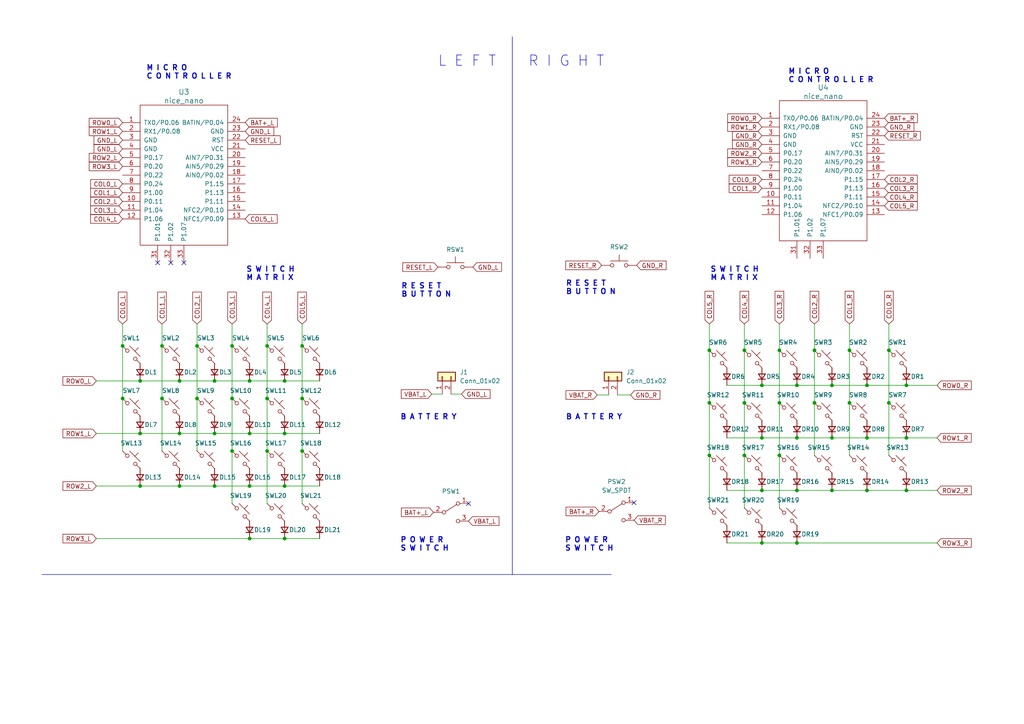
<source format=kicad_sch>
(kicad_sch (version 20250114) (generator "eeschema") (generator_version "9.0")
  (paper "A4")
  (lib_symbols
    (symbol "Connector_Generic:Conn_01x02" (pin_names (offset 1.016) (hide yes))
      (property "Reference" "J" (at 0 2.54 0))
      (property "Value" "Conn_01x02" (at 0 -5.08 0))
      (symbol "Conn_01x02_1_1"
        (rectangle (start -1.27 1.27) (end 1.27 -3.81) (stroke (width 0.254)) (fill (type background)))
        (rectangle (start -1.27 0.127) (end 0 -0.127) (stroke (width 0.1524)))
        (rectangle (start -1.27 -2.413) (end 0 -2.667) (stroke (width 0.1524)))
        (pin passive line (at -5.08 0 0) (length 3.81) (name "Pin_1") (number "1"))
        (pin passive line (at -5.08 -2.54 0) (length 3.81) (name "Pin_2") (number "2"))
      )
    )
    (symbol "Device:D_Small" (pin_numbers (hide yes)) (pin_names (offset 0.254) (hide yes))
      (property "Reference" "D" (at -1.27 2.032 0))
      (property "Value" "D_Small" (at -3.81 -2.032 0))
      (symbol "D_Small_0_1"
        (polyline (pts (xy -0.762 0) (xy 0.762 0)))
        (polyline (pts (xy -0.762 -1.016) (xy -0.762 1.016)) (stroke (width 0.254)))
        (polyline (pts (xy 0.762 -1.016) (xy -0.762 0) (xy 0.762 1.016) (xy 0.762 -1.016)) (stroke (width 0.254)))
      )
      (symbol "D_Small_1_1"
        (pin passive line (at -2.54 0 0) (length 1.778) (name "K") (number "1"))
        (pin passive line (at 2.54 0 180) (length 1.778) (name "A") (number "2"))
      )
    )
    (symbol "Keeb:nice_nano" (pin_names (offset 1.016))
      (property "Reference" "U" (at 0 0 0))
      (property "Value" "nice_nano" (at 0 2.54 0))
      (symbol "nice_nano_0_1"
        (rectangle (start -12.7 -21.59) (end 12.7 19.05))
      )
      (symbol "nice_nano_1_1"
        (pin input line (at -17.78 13.97 0) (length 5.08) (name "TX0/P0.06") (number "1"))
        (pin input line (at -17.78 11.43 0) (length 5.08) (name "RX1/P0.08") (number "2"))
        (pin input line (at -17.78 8.89 0) (length 5.08) (name "GND") (number "3"))
        (pin input line (at -17.78 6.35 0) (length 5.08) (name "GND") (number "4"))
        (pin input line (at -17.78 3.81 0) (length 5.08) (name "P0.17") (number "5"))
        (pin input line (at -17.78 1.27 0) (length 5.08) (name "P0.20") (number "6"))
        (pin input line (at -17.78 -1.27 0) (length 5.08) (name "P0.22") (number "7"))
        (pin input line (at -17.78 -3.81 0) (length 5.08) (name "P0.24") (number "8"))
        (pin input line (at -17.78 -6.35 0) (length 5.08) (name "P1.00") (number "9"))
        (pin input line (at -17.78 -8.89 0) (length 5.08) (name "P0.11") (number "10"))
        (pin input line (at -17.78 -11.43 0) (length 5.08) (name "P1.04") (number "11"))
        (pin input line (at -17.78 -13.97 0) (length 5.08) (name "P1.06") (number "12"))
        (pin input line (at -7.62 -26.67 90) (length 5.08) (name "P1.01") (number "31"))
        (pin input line (at -3.81 -26.67 90) (length 5.08) (name "P1.02") (number "32"))
        (pin input line (at 0 -26.67 90) (length 5.08) (name "P1.07") (number "33"))
        (pin input line (at 17.78 13.97 180) (length 5.08) (name "BATIN/P0.04") (number "24"))
        (pin input line (at 17.78 11.43 180) (length 5.08) (name "GND") (number "23"))
        (pin input line (at 17.78 8.89 180) (length 5.08) (name "RST") (number "22"))
        (pin input line (at 17.78 6.35 180) (length 5.08) (name "VCC") (number "21"))
        (pin input line (at 17.78 3.81 180) (length 5.08) (name "AIN7/P0.31") (number "20"))
        (pin input line (at 17.78 1.27 180) (length 5.08) (name "AIN5/P0.29") (number "19"))
        (pin input line (at 17.78 -1.27 180) (length 5.08) (name "AIN0/P0.02") (number "18"))
        (pin input line (at 17.78 -3.81 180) (length 5.08) (name "P1.15") (number "17"))
        (pin input line (at 17.78 -6.35 180) (length 5.08) (name "P1.13") (number "16"))
        (pin input line (at 17.78 -8.89 180) (length 5.08) (name "P1.11") (number "15"))
        (pin input line (at 17.78 -11.43 180) (length 5.08) (name "NFC2/P0.10") (number "14"))
        (pin input line (at 17.78 -13.97 180) (length 5.08) (name "NFC1/P0.09") (number "13"))
      )
    )
    (symbol "Switch:SW_Push" (pin_numbers (hide yes)) (pin_names (offset 1.016) (hide yes))
      (property "Reference" "SW" (at 1.27 2.54 0))
      (property "Value" "SW_Push" (at 0 -1.524 0))
      (symbol "SW_Push_0_1"
        (circle (center -2.032 0) (radius 0.508))
        (polyline (pts (xy 0 1.27) (xy 0 3.048)))
        (circle (center 2.032 0) (radius 0.508))
        (polyline (pts (xy 2.54 1.27) (xy -2.54 1.27)))
        (pin passive line (at -5.08 0 0) (length 2.54) (name "1") (number "1"))
        (pin passive line (at 5.08 0 180) (length 2.54) (name "2") (number "2"))
      )
    )
    (symbol "Switch:SW_Push_45deg" (pin_numbers (hide yes)) (pin_names (offset 1.016) (hide yes))
      (property "Reference" "SW" (at 3.048 1.016 0))
      (property "Value" "SW_Push_45deg" (at 0 -3.81 0))
      (symbol "SW_Push_45deg_0_1"
        (polyline (pts (xy -2.54 2.54) (xy -1.524 1.524) (xy -1.524 1.524)))
        (circle (center -1.1684 1.1684) (radius 0.508))
        (polyline (pts (xy -0.508 2.54) (xy 2.54 -0.508)))
        (polyline (pts (xy 1.016 1.016) (xy 2.032 2.032)))
        (circle (center 1.143 -1.1938) (radius 0.508))
        (polyline (pts (xy 1.524 -1.524) (xy 2.54 -2.54) (xy 2.54 -2.54) (xy 2.54 -2.54)))
        (pin passive line (at -2.54 2.54 0) (length 0) (name "1") (number "1"))
        (pin passive line (at 2.54 -2.54 180) (length 0) (name "2") (number "2"))
      )
    )
    (symbol "Switch:SW_SPDT" (pin_names (offset 0) (hide yes))
      (property "Reference" "SW" (at 0 4.318 0))
      (property "Value" "SW_SPDT" (at 0 -5.08 0))
      (symbol "SW_SPDT_0_0"
        (circle (center -2.032 0) (radius 0.508))
        (circle (center 2.032 -2.54) (radius 0.508))
      )
      (symbol "SW_SPDT_0_1"
        (polyline (pts (xy -1.524 0.254) (xy 1.651 2.286)))
        (circle (center 2.032 2.54) (radius 0.508))
      )
      (symbol "SW_SPDT_1_1"
        (pin passive line (at -5.08 0 0) (length 2.54) (name "B") (number "2"))
        (pin passive line (at 5.08 2.54 180) (length 2.54) (name "A") (number "1"))
        (pin passive line (at 5.08 -2.54 180) (length 2.54) (name "C") (number "3"))
      )
    )
  )
  (text "R E S E T \nB U T T O N" (at 164.084 85.598 0) (effects (font (size 1.5 1.5) (thickness 0.3) (bold yes)) (justify left bottom)))
  (text "P O W E R\nS W I T C H" (at 163.83 160.02 0) (effects (font (size 1.5 1.5) (thickness 0.3) (bold yes)) (justify left bottom)))
  (text "B A T T E R Y" (at 116.078 121.92 0) (effects (font (size 1.5 1.5) (thickness 0.3) (bold yes)) (justify left bottom)))
  (text "S W I T C H\nM A T R I X" (at 71.374 81.534 0) (effects (font (size 1.5 1.5) (thickness 0.3) (bold yes)) (justify left bottom)))
  (text "M I C R O \nC O N T R O L L E R" (at 42.418 23.114 0) (effects (font (size 1.5 1.5) (thickness 0.3) (bold yes)) (justify left bottom)))
  (text "M I C R O \nC O N T R O L L E R" (at 228.6 24.13 0) (effects (font (size 1.5 1.5) (thickness 0.3) (bold yes)) (justify left bottom)))
  (text "S W I T C H\nM A T R I X" (at 205.994 81.534 0) (effects (font (size 1.5 1.5) (thickness 0.3) (bold yes)) (justify left bottom)))
  (text "R E S E T \nB U T T O N" (at 116.332 86.36 0) (effects (font (size 1.5 1.5) (thickness 0.3) (bold yes)) (justify left bottom)))
  (text "L E F T" (at 144.018 19.558 0) (effects (font (size 3 3)) (justify right bottom)))
  (text "P O W E R\nS W I T C H" (at 116.078 160.02 0) (effects (font (size 1.5 1.5) (thickness 0.3) (bold yes)) (justify left bottom)))
  (text "R I G H T" (at 153.162 19.558 0) (effects (font (size 3 3)) (justify left bottom)))
  (text "B A T T E R Y" (at 164.084 121.92 0) (effects (font (size 1.5 1.5) (thickness 0.3) (bold yes)) (justify left bottom)))
  (junction (at 57.15 100.33))
  (junction (at 77.47 130.81))
  (junction (at 251.46 142.24))
  (junction (at 257.81 116.84))
  (junction (at 62.23 140.97))
  (junction (at 205.74 116.84))
  (junction (at 52.07 125.73))
  (junction (at 87.63 115.57))
  (junction (at 52.07 140.97))
  (junction (at 82.55 110.49))
  (junction (at 67.31 115.57))
  (junction (at 220.98 127))
  (junction (at 220.98 111.76))
  (junction (at 226.06 101.6))
  (junction (at 87.63 100.33))
  (junction (at 241.3 142.24))
  (junction (at 241.3 127))
  (junction (at 67.31 130.81))
  (junction (at 87.63 130.81))
  (junction (at 77.47 100.33))
  (junction (at 231.14 142.24))
  (junction (at 205.74 101.6))
  (junction (at 220.98 157.48))
  (junction (at 231.14 111.76))
  (junction (at 215.9 116.84))
  (junction (at 46.99 115.57))
  (junction (at 226.06 132.08))
  (junction (at 72.39 156.21))
  (junction (at 236.22 116.84))
  (junction (at 40.64 110.49))
  (junction (at 52.07 110.49))
  (junction (at 226.06 116.84))
  (junction (at 72.39 110.49))
  (junction (at 246.38 101.6))
  (junction (at 215.9 101.6))
  (junction (at 57.15 115.57))
  (junction (at 262.89 127))
  (junction (at 77.47 115.57))
  (junction (at 62.23 125.73))
  (junction (at 82.55 125.73))
  (junction (at 236.22 101.6))
  (junction (at 262.89 142.24))
  (junction (at 46.99 100.33))
  (junction (at 241.3 111.76))
  (junction (at 67.31 100.33))
  (junction (at 251.46 127))
  (junction (at 62.23 110.49))
  (junction (at 215.9 132.08))
  (junction (at 82.55 156.21))
  (junction (at 257.81 101.6))
  (junction (at 82.55 140.97))
  (junction (at 231.14 127))
  (junction (at 220.98 142.24))
  (junction (at 262.89 111.76))
  (junction (at 35.56 115.57))
  (junction (at 246.38 116.84))
  (junction (at 40.64 125.73))
  (junction (at 205.74 132.08))
  (junction (at 40.64 140.97))
  (junction (at 35.56 100.33))
  (junction (at 72.39 125.73))
  (junction (at 72.39 140.97))
  (junction (at 231.14 157.48))
  (junction (at 251.46 111.76))
  (no_connect (at 135.89 146.05))
  (no_connect (at 49.53 76.2))
  (no_connect (at 45.72 76.2))
  (no_connect (at 183.896 145.796))
  (no_connect (at 53.34 76.2))
  (wire (pts (xy 72.39 140.97) (xy 82.55 140.97)))
  (wire (pts (xy 179.07 114.554) (xy 182.88 114.554)))
  (wire (pts (xy 72.39 110.49) (xy 82.55 110.49)))
  (wire (pts (xy 236.22 93.98) (xy 236.22 101.6)))
  (wire (pts (xy 72.39 156.21) (xy 82.55 156.21)))
  (wire (pts (xy 215.9 116.84) (xy 215.9 132.08)))
  (wire (pts (xy 226.06 93.98) (xy 226.06 101.6)))
  (wire (pts (xy 205.74 116.84) (xy 205.74 132.08)))
  (wire (pts (xy 82.55 125.73) (xy 92.71 125.73)))
  (wire (pts (xy 125.222 114.3) (xy 128.27 114.3)))
  (wire (pts (xy 27.94 140.97) (xy 40.64 140.97)))
  (wire (pts (xy 35.56 100.33) (xy 35.56 115.57)))
  (wire (pts (xy 77.47 93.98) (xy 77.47 100.33)))
  (wire (pts (xy 46.99 93.98) (xy 46.99 100.33)))
  (wire (pts (xy 205.74 101.6) (xy 205.74 116.84)))
  (wire (pts (xy 77.47 130.81) (xy 77.47 146.05)))
  (wire (pts (xy 226.06 101.6) (xy 226.06 116.84)))
  (wire (pts (xy 40.64 140.97) (xy 52.07 140.97)))
  (wire (pts (xy 62.23 110.49) (xy 72.39 110.49)))
  (wire (pts (xy 231.14 142.24) (xy 241.3 142.24)))
  (wire (pts (xy 77.47 100.33) (xy 77.47 115.57)))
  (wire (pts (xy 52.07 140.97) (xy 62.23 140.97)))
  (wire (pts (xy 210.82 142.24) (xy 220.98 142.24)))
  (wire (pts (xy 35.56 93.98) (xy 35.56 100.33)))
  (wire (pts (xy 226.06 116.84) (xy 226.06 132.08)))
  (wire (pts (xy 52.07 125.73) (xy 62.23 125.73)))
  (wire (pts (xy 87.63 100.33) (xy 87.63 115.57)))
  (wire (pts (xy 236.22 101.6) (xy 236.22 116.84)))
  (wire (pts (xy 27.94 156.21) (xy 72.39 156.21)))
  (wire (pts (xy 241.3 111.76) (xy 251.46 111.76)))
  (wire (pts (xy 72.39 125.73) (xy 82.55 125.73)))
  (wire (pts (xy 179.07 114.3) (xy 179.07 114.554)))
  (wire (pts (xy 257.81 116.84) (xy 257.81 132.08)))
  (wire (pts (xy 52.07 110.49) (xy 62.23 110.49)))
  (wire (pts (xy 67.31 93.98) (xy 67.31 100.33)))
  (wire (pts (xy 82.55 140.97) (xy 92.71 140.97)))
  (wire (pts (xy 215.9 132.08) (xy 215.9 147.32)))
  (wire (pts (xy 77.47 115.57) (xy 77.47 130.81)))
  (wire (pts (xy 130.81 114.3) (xy 133.858 114.3)))
  (wire (pts (xy 246.38 101.6) (xy 246.38 116.84)))
  (wire (pts (xy 251.46 127) (xy 262.89 127)))
  (wire (pts (xy 251.46 142.24) (xy 262.89 142.24)))
  (wire (pts (xy 246.38 116.84) (xy 246.38 132.08)))
  (wire (pts (xy 46.99 100.33) (xy 46.99 115.57)))
  (wire (pts (xy 62.23 140.97) (xy 72.39 140.97)))
  (wire (pts (xy 210.82 111.76) (xy 220.98 111.76)))
  (polyline (pts (xy 148.59 10.668) (xy 148.59 166.624)) (stroke (width 0) (type solid)))
  (wire (pts (xy 215.9 101.6) (xy 215.9 116.84)))
  (wire (pts (xy 210.82 127) (xy 220.98 127)))
  (wire (pts (xy 241.3 127) (xy 251.46 127)))
  (wire (pts (xy 57.15 100.33) (xy 57.15 115.57)))
  (wire (pts (xy 67.31 115.57) (xy 67.31 130.81)))
  (wire (pts (xy 82.55 156.21) (xy 92.71 156.21)))
  (wire (pts (xy 67.31 100.33) (xy 67.31 115.57)))
  (wire (pts (xy 210.82 157.48) (xy 220.98 157.48)))
  (wire (pts (xy 257.81 101.6) (xy 257.81 116.84)))
  (wire (pts (xy 27.94 125.73) (xy 40.64 125.73)))
  (wire (pts (xy 220.98 127) (xy 231.14 127)))
  (wire (pts (xy 262.89 142.24) (xy 271.78 142.24)))
  (wire (pts (xy 205.74 93.98) (xy 205.74 101.6)))
  (wire (pts (xy 262.89 127) (xy 271.78 127)))
  (wire (pts (xy 246.38 93.98) (xy 246.38 101.6)))
  (wire (pts (xy 176.53 114.3) (xy 176.53 114.554)))
  (wire (pts (xy 35.56 115.57) (xy 35.56 130.81)))
  (wire (pts (xy 262.89 111.76) (xy 271.78 111.76)))
  (wire (pts (xy 176.53 114.554) (xy 173.228 114.554)))
  (wire (pts (xy 46.99 115.57) (xy 46.99 130.81)))
  (wire (pts (xy 241.3 142.24) (xy 251.46 142.24)))
  (wire (pts (xy 231.14 157.48) (xy 271.78 157.48)))
  (wire (pts (xy 231.14 127) (xy 241.3 127)))
  (polyline (pts (xy 12.192 166.624) (xy 177.292 166.624)) (stroke (width 0) (type solid)))
  (wire (pts (xy 87.63 93.98) (xy 87.63 100.33)))
  (wire (pts (xy 40.64 125.73) (xy 52.07 125.73)))
  (wire (pts (xy 236.22 116.84) (xy 236.22 132.08)))
  (wire (pts (xy 251.46 111.76) (xy 262.89 111.76)))
  (wire (pts (xy 231.14 111.76) (xy 241.3 111.76)))
  (wire (pts (xy 27.94 110.49) (xy 40.64 110.49)))
  (wire (pts (xy 40.64 110.49) (xy 52.07 110.49)))
  (wire (pts (xy 220.98 157.48) (xy 231.14 157.48)))
  (wire (pts (xy 220.98 111.76) (xy 231.14 111.76)))
  (wire (pts (xy 62.23 125.73) (xy 72.39 125.73)))
  (wire (pts (xy 87.63 115.57) (xy 87.63 130.81)))
  (wire (pts (xy 226.06 132.08) (xy 226.06 147.32)))
  (wire (pts (xy 205.74 132.08) (xy 205.74 147.32)))
  (wire (pts (xy 67.31 130.81) (xy 67.31 146.05)))
  (wire (pts (xy 87.63 130.81) (xy 87.63 146.05)))
  (wire (pts (xy 57.15 93.98) (xy 57.15 100.33)))
  (wire (pts (xy 257.81 93.98) (xy 257.81 101.6)))
  (wire (pts (xy 82.55 110.49) (xy 92.71 110.49)))
  (wire (pts (xy 215.9 93.98) (xy 215.9 101.6)))
  (wire (pts (xy 220.98 142.24) (xy 231.14 142.24)))
  (wire (pts (xy 57.15 115.57) (xy 57.15 130.81)))
  (global_label "COL5_L" (shape input) (at 87.63 93.98 90) (property "Intersheetrefs" "${INTERSHEET_REFS}" (effects (hide yes))))
  (global_label "COL1_R" (shape input) (at 246.38 93.98 90) (property "Intersheetrefs" "${INTERSHEET_REFS}" (effects (hide yes))))
  (global_label "COL2_L" (shape input) (at 57.15 93.98 90) (property "Intersheetrefs" "${INTERSHEET_REFS}" (effects (hide yes))))
  (global_label "ROW3_L" (shape input) (at 27.94 156.21 180) (property "Intersheetrefs" "${INTERSHEET_REFS}" (effects (hide yes))))
  (global_label "ROW3_R" (shape input) (at 220.98 46.99 180) (property "Intersheetrefs" "${INTERSHEET_REFS}" (effects (hide yes))))
  (global_label "COL3_L" (shape input) (at 67.31 93.98 90) (property "Intersheetrefs" "${INTERSHEET_REFS}" (effects (hide yes))))
  (global_label "VBAT_R" (shape input) (at 173.228 114.554 180) (property "Intersheetrefs" "${INTERSHEET_REFS}" (effects (hide yes))))
  (global_label "COL0_L" (shape input) (at 35.56 93.98 90) (property "Intersheetrefs" "${INTERSHEET_REFS}" (effects (hide yes))))
  (global_label "BAT+_R" (shape input) (at 256.54 34.29 0) (property "Intersheetrefs" "${INTERSHEET_REFS}" (effects (hide yes))))
  (global_label "ROW2_R" (shape input) (at 271.78 142.24 0) (property "Intersheetrefs" "${INTERSHEET_REFS}" (effects (hide yes))))
  (global_label "GND_L" (shape input) (at 35.56 43.18 180) (property "Intersheetrefs" "${INTERSHEET_REFS}" (effects (hide yes))))
  (global_label "COL3_R" (shape input) (at 226.06 93.98 90) (property "Intersheetrefs" "${INTERSHEET_REFS}" (effects (hide yes))))
  (global_label "GND_L" (shape input) (at 133.858 114.3 0) (property "Intersheetrefs" "${INTERSHEET_REFS}" (effects (hide yes))))
  (global_label "ROW2_R" (shape input) (at 220.98 44.45 180) (property "Intersheetrefs" "${INTERSHEET_REFS}" (effects (hide yes))))
  (global_label "COL5_R" (shape input) (at 256.54 59.69 0) (property "Intersheetrefs" "${INTERSHEET_REFS}" (effects (hide yes))))
  (global_label "ROW1_L" (shape input) (at 27.94 125.73 180) (property "Intersheetrefs" "${INTERSHEET_REFS}" (effects (hide yes))))
  (global_label "VBAT_R" (shape input) (at 183.896 150.876 0) (property "Intersheetrefs" "${INTERSHEET_REFS}" (effects (hide yes))))
  (global_label "RESET_R" (shape input) (at 256.54 39.37 0) (property "Intersheetrefs" "${INTERSHEET_REFS}" (effects (hide yes))))
  (global_label "COL4_L" (shape input) (at 77.47 93.98 90) (property "Intersheetrefs" "${INTERSHEET_REFS}" (effects (hide yes))))
  (global_label "ROW0_L" (shape input) (at 35.56 35.56 180) (property "Intersheetrefs" "${INTERSHEET_REFS}" (effects (hide yes))))
  (global_label "COL2_R" (shape input) (at 236.22 93.98 90) (property "Intersheetrefs" "${INTERSHEET_REFS}" (effects (hide yes))))
  (global_label "COL1_L" (shape input) (at 46.99 93.98 90) (property "Intersheetrefs" "${INTERSHEET_REFS}" (effects (hide yes))))
  (global_label "COL4_R" (shape input) (at 256.54 57.15 0) (property "Intersheetrefs" "${INTERSHEET_REFS}" (effects (hide yes))))
  (global_label "BAT+_L" (shape input) (at 125.73 148.59 180) (property "Intersheetrefs" "${INTERSHEET_REFS}" (effects (hide yes))))
  (global_label "ROW2_L" (shape input) (at 27.94 140.97 180) (property "Intersheetrefs" "${INTERSHEET_REFS}" (effects (hide yes))))
  (global_label "COL1_R" (shape input) (at 220.98 54.61 180) (property "Intersheetrefs" "${INTERSHEET_REFS}" (effects (hide yes))))
  (global_label "COL0_R" (shape input) (at 220.98 52.07 180) (property "Intersheetrefs" "${INTERSHEET_REFS}" (effects (hide yes))))
  (global_label "ROW1_L" (shape input) (at 35.56 38.1 180) (property "Intersheetrefs" "${INTERSHEET_REFS}" (effects (hide yes))))
  (global_label "COL0_R" (shape input) (at 257.81 93.98 90) (property "Intersheetrefs" "${INTERSHEET_REFS}" (effects (hide yes))))
  (global_label "RESET_L" (shape input) (at 127 77.47 180) (property "Intersheetrefs" "${INTERSHEET_REFS}" (effects (hide yes))))
  (global_label "COL2_L" (shape input) (at 35.56 58.42 180) (property "Intersheetrefs" "${INTERSHEET_REFS}" (effects (hide yes))))
  (global_label "COL3_R" (shape input) (at 256.54 54.61 0) (property "Intersheetrefs" "${INTERSHEET_REFS}" (effects (hide yes))))
  (global_label "VBAT_L" (shape input) (at 125.222 114.3 180) (property "Intersheetrefs" "${INTERSHEET_REFS}" (effects (hide yes))))
  (global_label "VBAT_L" (shape input) (at 135.89 151.13 0) (property "Intersheetrefs" "${INTERSHEET_REFS}" (effects (hide yes))))
  (global_label "COL2_R" (shape input) (at 256.54 52.07 0) (property "Intersheetrefs" "${INTERSHEET_REFS}" (effects (hide yes))))
  (global_label "COL4_L" (shape input) (at 35.56 63.5 180) (property "Intersheetrefs" "${INTERSHEET_REFS}" (effects (hide yes))))
  (global_label "ROW0_R" (shape input) (at 271.78 111.76 0) (property "Intersheetrefs" "${INTERSHEET_REFS}" (effects (hide yes))))
  (global_label "ROW0_L" (shape input) (at 27.94 110.49 180) (property "Intersheetrefs" "${INTERSHEET_REFS}" (effects (hide yes))))
  (global_label "GND_R" (shape input) (at 256.54 36.83 0) (property "Intersheetrefs" "${INTERSHEET_REFS}" (effects (hide yes))))
  (global_label "GND_L" (shape input) (at 71.12 38.1 0) (property "Intersheetrefs" "${INTERSHEET_REFS}" (effects (hide yes))))
  (global_label "ROW3_L" (shape input) (at 35.56 48.26 180) (property "Intersheetrefs" "${INTERSHEET_REFS}" (effects (hide yes))))
  (global_label "GND_R" (shape input) (at 220.98 41.91 180) (property "Intersheetrefs" "${INTERSHEET_REFS}" (effects (hide yes))))
  (global_label "ROW1_R" (shape input) (at 271.78 127 0) (property "Intersheetrefs" "${INTERSHEET_REFS}" (effects (hide yes))))
  (global_label "GND_R" (shape input) (at 220.98 39.37 180) (property "Intersheetrefs" "${INTERSHEET_REFS}" (effects (hide yes))))
  (global_label "COL1_L" (shape input) (at 35.56 55.88 180) (property "Intersheetrefs" "${INTERSHEET_REFS}" (effects (hide yes))))
  (global_label "ROW3_R" (shape input) (at 271.78 157.48 0) (property "Intersheetrefs" "${INTERSHEET_REFS}" (effects (hide yes))))
  (global_label "RESET_R" (shape input) (at 174.498 76.962 180) (property "Intersheetrefs" "${INTERSHEET_REFS}" (effects (hide yes))))
  (global_label "COL4_R" (shape input) (at 215.9 93.98 90) (property "Intersheetrefs" "${INTERSHEET_REFS}" (effects (hide yes))))
  (global_label "GND_R" (shape input) (at 184.658 76.962 0) (property "Intersheetrefs" "${INTERSHEET_REFS}" (effects (hide yes))))
  (global_label "GND_L" (shape input) (at 137.16 77.47 0) (property "Intersheetrefs" "${INTERSHEET_REFS}" (effects (hide yes))))
  (global_label "ROW1_R" (shape input) (at 220.98 36.83 180) (property "Intersheetrefs" "${INTERSHEET_REFS}" (effects (hide yes))))
  (global_label "ROW2_L" (shape input) (at 35.56 45.72 180) (property "Intersheetrefs" "${INTERSHEET_REFS}" (effects (hide yes))))
  (global_label "COL5_R" (shape input) (at 205.74 93.98 90) (property "Intersheetrefs" "${INTERSHEET_REFS}" (effects (hide yes))))
  (global_label "COL3_L" (shape input) (at 35.56 60.96 180) (property "Intersheetrefs" "${INTERSHEET_REFS}" (effects (hide yes))))
  (global_label "RESET_L" (shape input) (at 71.12 40.64 0) (property "Intersheetrefs" "${INTERSHEET_REFS}" (effects (hide yes))))
  (global_label "GND_R" (shape input) (at 182.88 114.554 0) (property "Intersheetrefs" "${INTERSHEET_REFS}" (effects (hide yes))))
  (global_label "BAT+_L" (shape input) (at 71.12 35.56 0) (property "Intersheetrefs" "${INTERSHEET_REFS}" (effects (hide yes))))
  (global_label "GND_L" (shape input) (at 35.56 40.64 180) (property "Intersheetrefs" "${INTERSHEET_REFS}" (effects (hide yes))))
  (global_label "COL5_L" (shape input) (at 71.12 63.5 0) (property "Intersheetrefs" "${INTERSHEET_REFS}" (effects (hide yes))))
  (global_label "BAT+_R" (shape input) (at 173.736 148.336 180) (property "Intersheetrefs" "${INTERSHEET_REFS}" (effects (hide yes))))
  (global_label "ROW0_R" (shape input) (at 220.98 34.29 180) (property "Intersheetrefs" "${INTERSHEET_REFS}" (effects (hide yes))))
  (global_label "COL0_L" (shape input) (at 35.56 53.34 180) (property "Intersheetrefs" "${INTERSHEET_REFS}" (effects (hide yes))))
  (symbol (lib_id "Keeb:nice_nano") (at 53.34 49.53 0) (unit 1)
    (property "Reference" "U3" (at 53.34 26.67 0) (effects (font (size 1.524 1.524))))
    (property "Value" "nice_nano" (at 53.34 29.21 0) (effects (font (size 1.524 1.524))))
    (property "Footprint" "Keeb:nice_nano" (effects (hide yes)))
  )
  (symbol (lib_id "Switch:SW_Push_45deg") (at 248.92 104.14 0) (unit 1)
    (property "Reference" "SWR2" (at 248.92 99.314 0))
    (property "Value" "SW_Push_45deg" (effects (hide yes)))
    (property "Footprint" "Keeb:MX-Hotswap-1U" (effects (hide yes)))
  )
  (symbol (lib_id "Switch:SW_Push_45deg") (at 208.28 134.62 0) (unit 1)
    (property "Reference" "SWR18" (at 208.28 129.794 0))
    (property "Value" "SW_Push_45deg" (effects (hide yes)))
    (property "Footprint" "Keeb:MX-Hotswap-1U" (effects (hide yes)))
  )
  (symbol (lib_id "Device:D_Small") (at 231.14 139.7 90) (unit 1)
    (property "Reference" "DR16" (at 232.41 139.7 90) (effects (justify right)))
    (property "Value" "D_Small" (effects (hide yes)))
    (property "Footprint" "Keeb:Diode_SOD123" (effects (hide yes)))
  )
  (symbol (lib_id "Switch:SW_SPDT") (at 130.81 148.59 0) (unit 1)
    (property "Reference" "PSW1" (at 130.81 142.494 0))
    (property "Value" "SW_SPDT" (effects (hide yes)))
    (property "Footprint" "Keeb:MSK12C02" (effects (hide yes)))
  )
  (symbol (lib_id "Connector_Generic:Conn_01x02") (at 128.27 109.22 90) (unit 1)
    (property "Reference" "J1" (at 133.35 107.9499 90) (effects (justify right)))
    (property "Value" "Conn_01x02" (at 133.35 110.4899 90) (effects (justify right)))
    (property "Footprint" "Keeb:JST-PH-2-SMT-RA" (effects (hide yes)))
    (property "Description" "Generic connector, single row, 01x02, script generated (kicad-library-utils/schlib/autogen/connector/)" (effects (hide yes)))
  )
  (symbol (lib_id "Switch:SW_Push_45deg") (at 238.76 134.62 0) (unit 1)
    (property "Reference" "SWR15" (at 237.49 129.794 0))
    (property "Value" "SW_Push_45deg" (effects (hide yes)))
    (property "Footprint" "Keeb:MX-Hotswap-1U" (effects (hide yes)))
  )
  (symbol (lib_id "Device:D_Small") (at 62.23 123.19 90) (unit 1)
    (property "Reference" "DL9" (at 63.5 123.19 90) (effects (justify right)))
    (property "Value" "D_Small" (effects (hide yes)))
    (property "Footprint" "Keeb:Diode_SOD123" (effects (hide yes)))
  )
  (symbol (lib_id "Switch:SW_Push_45deg") (at 69.85 102.87 0) (unit 1)
    (property "Reference" "SWL4" (at 69.85 98.044 0))
    (property "Value" "SW_Push_45deg" (effects (hide yes)))
    (property "Footprint" "Keeb:MX-Hotswap-1U" (effects (hide yes)))
  )
  (symbol (lib_id "Switch:SW_Push_45deg") (at 218.44 104.14 0) (unit 1)
    (property "Reference" "SWR5" (at 218.44 99.314 0))
    (property "Value" "SW_Push_45deg" (effects (hide yes)))
    (property "Footprint" "Keeb:MX-Hotswap-1U" (effects (hide yes)))
  )
  (symbol (lib_id "Switch:SW_SPDT") (at 178.816 148.336 0) (unit 1)
    (property "Reference" "PSW2" (at 178.816 139.7 0))
    (property "Value" "SW_SPDT" (at 178.816 142.24 0))
    (property "Footprint" "Keeb:MSK12C02" (effects (hide yes)))
  )
  (symbol (lib_id "Device:D_Small") (at 220.98 124.46 90) (unit 1)
    (property "Reference" "DR11" (at 222.25 124.46 90) (effects (justify right)))
    (property "Value" "D_Small" (effects (hide yes)))
    (property "Footprint" "Keeb:Diode_SOD123" (effects (hide yes)))
  )
  (symbol (lib_id "Switch:SW_Push_45deg") (at 59.69 102.87 0) (unit 1)
    (property "Reference" "SWL3" (at 59.69 98.044 0))
    (property "Value" "SW_Push_45deg" (effects (hide yes)))
    (property "Footprint" "Keeb:MX-Hotswap-1U" (effects (hide yes)))
  )
  (symbol (lib_id "Switch:SW_Push_45deg") (at 228.6 104.14 0) (unit 1)
    (property "Reference" "SWR4" (at 228.6 99.314 0))
    (property "Value" "SW_Push_45deg" (effects (hide yes)))
    (property "Footprint" "Keeb:MX-Hotswap-1U" (effects (hide yes)))
  )
  (symbol (lib_id "Connector_Generic:Conn_01x02") (at 176.53 109.22 90) (unit 1)
    (property "Reference" "J2" (at 181.61 107.9499 90) (effects (justify right)))
    (property "Value" "Conn_01x02" (at 181.61 110.4899 90) (effects (justify right)))
    (property "Footprint" "Keeb:JST-PH-2-SMT-RA" (effects (hide yes)))
    (property "Description" "Generic connector, single row, 01x02, script generated (kicad-library-utils/schlib/autogen/connector/)" (effects (hide yes)))
  )
  (symbol (lib_id "Switch:SW_Push_45deg") (at 38.1 133.35 0) (unit 1)
    (property "Reference" "SWL13" (at 38.1 128.524 0))
    (property "Value" "SW_Push_45deg" (effects (hide yes)))
    (property "Footprint" "Keeb:MX-Hotswap-1U" (effects (hide yes)))
  )
  (symbol (lib_id "Switch:SW_Push_45deg") (at 228.6 134.62 0) (unit 1)
    (property "Reference" "SWR16" (at 228.6 129.794 0))
    (property "Value" "SW_Push_45deg" (effects (hide yes)))
    (property "Footprint" "Keeb:MX-Hotswap-1U" (effects (hide yes)))
  )
  (symbol (lib_id "Switch:SW_Push") (at 132.08 77.47 0) (unit 1)
    (property "Reference" "RSW1" (at 132.08 72.39 0))
    (property "Value" "SW_Push" (effects (hide yes)))
    (property "Footprint" "Keeb:SKHLLCA010" (effects (hide yes)))
  )
  (symbol (lib_id "Device:D_Small") (at 231.14 124.46 90) (unit 1)
    (property "Reference" "DR10" (at 232.41 124.46 90) (effects (justify right)))
    (property "Value" "D_Small" (effects (hide yes)))
    (property "Footprint" "Keeb:Diode_SOD123" (effects (hide yes)))
  )
  (symbol (lib_id "Device:D_Small") (at 40.64 107.95 90) (unit 1)
    (property "Reference" "DL1" (at 41.91 107.95 90) (effects (justify right)))
    (property "Value" "D_Small" (effects (hide yes)))
    (property "Footprint" "Keeb:Diode_SOD123" (effects (hide yes)))
  )
  (symbol (lib_id "Switch:SW_Push_45deg") (at 228.6 149.86 0) (unit 1)
    (property "Reference" "SWR19" (at 228.6 145.034 0))
    (property "Value" "SW_Push_45deg" (effects (hide yes)))
    (property "Footprint" "Keeb:MX-Hotswap-1U" (effects (hide yes)))
  )
  (symbol (lib_id "Device:D_Small") (at 220.98 109.22 90) (unit 1)
    (property "Reference" "DR5" (at 222.25 109.22 90) (effects (justify right)))
    (property "Value" "D_Small" (effects (hide yes)))
    (property "Footprint" "Keeb:Diode_SOD123" (effects (hide yes)))
  )
  (symbol (lib_id "Device:D_Small") (at 82.55 107.95 90) (unit 1)
    (property "Reference" "DL5" (at 83.82 107.95 90) (effects (justify right)))
    (property "Value" "D_Small" (effects (hide yes)))
    (property "Footprint" "Keeb:Diode_SOD123" (effects (hide yes)))
  )
  (symbol (lib_id "Switch:SW_Push_45deg") (at 80.01 102.87 0) (unit 1)
    (property "Reference" "SWL5" (at 80.01 98.044 0))
    (property "Value" "SW_Push_45deg" (effects (hide yes)))
    (property "Footprint" "Keeb:MX-Hotswap-1U" (effects (hide yes)))
  )
  (symbol (lib_id "Switch:SW_Push_45deg") (at 238.76 104.14 0) (unit 1)
    (property "Reference" "SWR3" (at 238.76 99.314 0))
    (property "Value" "SW_Push_45deg" (effects (hide yes)))
    (property "Footprint" "Keeb:MX-Hotswap-1U" (effects (hide yes)))
  )
  (symbol (lib_id "Device:D_Small") (at 251.46 124.46 90) (unit 1)
    (property "Reference" "DR8" (at 252.73 124.46 90) (effects (justify right)))
    (property "Value" "D_Small" (effects (hide yes)))
    (property "Footprint" "Keeb:Diode_SOD123" (effects (hide yes)))
  )
  (symbol (lib_id "Device:D_Small") (at 72.39 153.67 90) (unit 1)
    (property "Reference" "DL19" (at 73.66 153.67 90) (effects (justify right)))
    (property "Value" "D_Small" (effects (hide yes)))
    (property "Footprint" "Keeb:Diode_SOD123" (effects (hide yes)))
  )
  (symbol (lib_id "Switch:SW_Push_45deg") (at 208.28 119.38 0) (unit 1)
    (property "Reference" "SWR12" (at 208.28 114.554 0))
    (property "Value" "SW_Push_45deg" (effects (hide yes)))
    (property "Footprint" "Keeb:MX-Hotswap-1U" (effects (hide yes)))
  )
  (symbol (lib_id "Device:D_Small") (at 220.98 154.94 90) (unit 1)
    (property "Reference" "DR20" (at 222.25 154.94 90) (effects (justify right)))
    (property "Value" "D_Small" (effects (hide yes)))
    (property "Footprint" "Keeb:Diode_SOD123" (effects (hide yes)))
  )
  (symbol (lib_id "Device:D_Small") (at 82.55 153.67 90) (unit 1)
    (property "Reference" "DL20" (at 83.82 153.67 90) (effects (justify right)))
    (property "Value" "D_Small" (effects (hide yes)))
    (property "Footprint" "Keeb:Diode_SOD123" (effects (hide yes)))
  )
  (symbol (lib_id "Switch:SW_Push_45deg") (at 59.69 118.11 0) (unit 1)
    (property "Reference" "SWL9" (at 59.69 113.284 0))
    (property "Value" "SW_Push_45deg" (effects (hide yes)))
    (property "Footprint" "Keeb:MX-Hotswap-1U" (effects (hide yes)))
  )
  (symbol (lib_id "Switch:SW_Push_45deg") (at 38.1 102.87 0) (unit 1)
    (property "Reference" "SWL1" (at 38.1 98.044 0))
    (property "Value" "SW_Push_45deg" (effects (hide yes)))
    (property "Footprint" "Keeb:MX-Hotswap-1U" (effects (hide yes)))
  )
  (symbol (lib_id "Device:D_Small") (at 92.71 138.43 90) (unit 1)
    (property "Reference" "DL18" (at 93.98 138.43 90) (effects (justify right)))
    (property "Value" "D_Small" (effects (hide yes)))
    (property "Footprint" "Keeb:Diode_SOD123" (effects (hide yes)))
  )
  (symbol (lib_id "Device:D_Small") (at 231.14 154.94 90) (unit 1)
    (property "Reference" "DR19" (at 232.41 154.94 90) (effects (justify right)))
    (property "Value" "D_Small" (effects (hide yes)))
    (property "Footprint" "Keeb:Diode_SOD123" (effects (hide yes)))
  )
  (symbol (lib_id "Keeb:nice_nano") (at 238.76 48.26 0) (unit 1)
    (property "Reference" "U4" (at 238.76 25.4 0) (effects (font (size 1.524 1.524))))
    (property "Value" "nice_nano" (at 238.76 27.94 0) (effects (font (size 1.524 1.524))))
    (property "Footprint" "Keeb:nice_nano" (effects (hide yes)))
  )
  (symbol (lib_id "Device:D_Small") (at 72.39 123.19 90) (unit 1)
    (property "Reference" "DL10" (at 73.66 123.19 90) (effects (justify right)))
    (property "Value" "D_Small" (effects (hide yes)))
    (property "Footprint" "Keeb:Diode_SOD123" (effects (hide yes)))
  )
  (symbol (lib_id "Device:D_Small") (at 231.14 109.22 90) (unit 1)
    (property "Reference" "DR4" (at 232.41 109.22 90) (effects (justify right)))
    (property "Value" "D_Small" (effects (hide yes)))
    (property "Footprint" "Keeb:Diode_SOD123" (effects (hide yes)))
  )
  (symbol (lib_id "Switch:SW_Push_45deg") (at 228.6 119.38 0) (unit 1)
    (property "Reference" "SWR10" (at 228.6 114.554 0))
    (property "Value" "SW_Push_45deg" (effects (hide yes)))
    (property "Footprint" "Keeb:MX-Hotswap-1U" (effects (hide yes)))
  )
  (symbol (lib_id "Device:D_Small") (at 262.89 139.7 90) (unit 1)
    (property "Reference" "DR13" (at 264.16 139.7 90) (effects (justify right)))
    (property "Value" "D_Small" (effects (hide yes)))
    (property "Footprint" "Keeb:Diode_SOD123" (effects (hide yes)))
  )
  (symbol (lib_id "Switch:SW_Push_45deg") (at 80.01 148.59 0) (unit 1)
    (property "Reference" "SWL20" (at 80.01 143.764 0))
    (property "Value" "SW_Push_45deg" (effects (hide yes)))
    (property "Footprint" "Keeb:MX-Hotswap-1U" (effects (hide yes)))
  )
  (symbol (lib_id "Device:D_Small") (at 72.39 107.95 90) (unit 1)
    (property "Reference" "DL4" (at 73.66 107.95 90) (effects (justify right)))
    (property "Value" "D_Small" (effects (hide yes)))
    (property "Footprint" "Keeb:Diode_SOD123" (effects (hide yes)))
  )
  (symbol (lib_id "Switch:SW_Push_45deg") (at 260.35 134.62 0) (unit 1)
    (property "Reference" "SWR13" (at 260.35 129.794 0))
    (property "Value" "SW_Push_45deg" (effects (hide yes)))
    (property "Footprint" "Keeb:MX-Hotswap-1U" (effects (hide yes)))
  )
  (symbol (lib_id "Switch:SW_Push_45deg") (at 218.44 119.38 0) (unit 1)
    (property "Reference" "SWR11" (at 218.44 114.554 0))
    (property "Value" "SW_Push_45deg" (effects (hide yes)))
    (property "Footprint" "Keeb:MX-Hotswap-1U" (effects (hide yes)))
  )
  (symbol (lib_id "Device:D_Small") (at 251.46 139.7 90) (unit 1)
    (property "Reference" "DR14" (at 252.73 139.7 90) (effects (justify right)))
    (property "Value" "D_Small" (effects (hide yes)))
    (property "Footprint" "Keeb:Diode_SOD123" (effects (hide yes)))
  )
  (symbol (lib_id "Switch:SW_Push_45deg") (at 80.01 118.11 0) (unit 1)
    (property "Reference" "SWL11" (at 80.01 113.284 0))
    (property "Value" "SW_Push_45deg" (effects (hide yes)))
    (property "Footprint" "Keeb:MX-Hotswap-1U" (effects (hide yes)))
  )
  (symbol (lib_id "Device:D_Small") (at 92.71 153.67 90) (unit 1)
    (property "Reference" "DL21" (at 93.98 153.67 90) (effects (justify right)))
    (property "Value" "D_Small" (effects (hide yes)))
    (property "Footprint" "Keeb:Diode_SOD123" (effects (hide yes)))
  )
  (symbol (lib_id "Switch:SW_Push_45deg") (at 260.35 119.38 0) (unit 1)
    (property "Reference" "SWR7" (at 260.35 114.554 0))
    (property "Value" "SW_Push_45deg" (effects (hide yes)))
    (property "Footprint" "Keeb:MX-Hotswap-1U" (effects (hide yes)))
  )
  (symbol (lib_id "Device:D_Small") (at 52.07 138.43 90) (unit 1)
    (property "Reference" "DL14" (at 53.34 138.43 90) (effects (justify right)))
    (property "Value" "D_Small" (effects (hide yes)))
    (property "Footprint" "Keeb:Diode_SOD123" (effects (hide yes)))
  )
  (symbol (lib_id "Switch:SW_Push_45deg") (at 248.92 119.38 0) (unit 1)
    (property "Reference" "SWR8" (at 248.92 114.554 0))
    (property "Value" "SW_Push_45deg" (effects (hide yes)))
    (property "Footprint" "Keeb:MX-Hotswap-1U" (effects (hide yes)))
  )
  (symbol (lib_id "Device:D_Small") (at 40.64 123.19 90) (unit 1)
    (property "Reference" "DL7" (at 41.91 123.19 90) (effects (justify right)))
    (property "Value" "D_Small" (effects (hide yes)))
    (property "Footprint" "Keeb:Diode_SOD123" (effects (hide yes)))
  )
  (symbol (lib_id "Switch:SW_Push_45deg") (at 69.85 148.59 0) (unit 1)
    (property "Reference" "SWL19" (at 69.85 143.764 0))
    (property "Value" "SW_Push_45deg" (effects (hide yes)))
    (property "Footprint" "Keeb:MX-Hotswap-1U" (effects (hide yes)))
  )
  (symbol (lib_id "Device:D_Small") (at 40.64 138.43 90) (unit 1)
    (property "Reference" "DL13" (at 41.91 138.43 90) (effects (justify right)))
    (property "Value" "D_Small" (effects (hide yes)))
    (property "Footprint" "Keeb:Diode_SOD123" (effects (hide yes)))
  )
  (symbol (lib_id "Device:D_Small") (at 210.82 154.94 90) (unit 1)
    (property "Reference" "DR21" (at 212.09 154.94 90) (effects (justify right)))
    (property "Value" "D_Small" (effects (hide yes)))
    (property "Footprint" "Keeb:Diode_SOD123" (effects (hide yes)))
  )
  (symbol (lib_id "Switch:SW_Push_45deg") (at 49.53 133.35 0) (unit 1)
    (property "Reference" "SWL14" (at 49.53 128.524 0))
    (property "Value" "SW_Push_45deg" (effects (hide yes)))
    (property "Footprint" "Keeb:MX-Hotswap-1U" (effects (hide yes)))
  )
  (symbol (lib_id "Switch:SW_Push") (at 179.578 76.962 0) (unit 1)
    (property "Reference" "RSW2" (at 179.578 71.628 0))
    (property "Value" "SW_Push" (effects (hide yes)))
    (property "Footprint" "Keeb:SKHLLCA010" (effects (hide yes)))
  )
  (symbol (lib_id "Device:D_Small") (at 92.71 107.95 90) (unit 1)
    (property "Reference" "DL6" (at 93.98 107.95 90) (effects (justify right)))
    (property "Value" "D_Small" (effects (hide yes)))
    (property "Footprint" "Keeb:Diode_SOD123" (effects (hide yes)))
  )
  (symbol (lib_id "Device:D_Small") (at 251.46 109.22 90) (unit 1)
    (property "Reference" "DR2" (at 252.73 109.22 90) (effects (justify right)))
    (property "Value" "D_Small" (effects (hide yes)))
    (property "Footprint" "Keeb:Diode_SOD123" (effects (hide yes)))
  )
  (symbol (lib_id "Device:D_Small") (at 82.55 123.19 90) (unit 1)
    (property "Reference" "DL11" (at 83.82 123.19 90) (effects (justify right)))
    (property "Value" "D_Small" (effects (hide yes)))
    (property "Footprint" "Keeb:Diode_SOD123" (effects (hide yes)))
  )
  (symbol (lib_id "Switch:SW_Push_45deg") (at 260.35 104.14 0) (unit 1)
    (property "Reference" "SWR1" (at 260.35 99.314 0))
    (property "Value" "SW_Push_45deg" (effects (hide yes)))
    (property "Footprint" "Keeb:MX-Hotswap-1U" (effects (hide yes)))
  )
  (symbol (lib_id "Device:D_Small") (at 62.23 107.95 90) (unit 1)
    (property "Reference" "DL3" (at 63.5 107.95 90) (effects (justify right)))
    (property "Value" "D_Small" (effects (hide yes)))
    (property "Footprint" "Keeb:Diode_SOD123" (effects (hide yes)))
  )
  (symbol (lib_id "Device:D_Small") (at 241.3 109.22 90) (unit 1)
    (property "Reference" "DR3" (at 242.57 109.22 90) (effects (justify right)))
    (property "Value" "D_Small" (effects (hide yes)))
    (property "Footprint" "Keeb:Diode_SOD123" (effects (hide yes)))
  )
  (symbol (lib_id "Switch:SW_Push_45deg") (at 49.53 102.87 0) (unit 1)
    (property "Reference" "SWL2" (at 49.53 98.044 0))
    (property "Value" "SW_Push_45deg" (effects (hide yes)))
    (property "Footprint" "Keeb:MX-Hotswap-1U" (effects (hide yes)))
  )
  (symbol (lib_id "Device:D_Small") (at 92.71 123.19 90) (unit 1)
    (property "Reference" "DL12" (at 93.98 123.19 90) (effects (justify right)))
    (property "Value" "D_Small" (effects (hide yes)))
    (property "Footprint" "Keeb:Diode_SOD123" (effects (hide yes)))
  )
  (symbol (lib_id "Switch:SW_Push_45deg") (at 59.69 133.35 0) (unit 1)
    (property "Reference" "SWL15" (at 59.69 128.524 0))
    (property "Value" "SW_Push_45deg" (effects (hide yes)))
    (property "Footprint" "Keeb:MX-Hotswap-1U" (effects (hide yes)))
  )
  (symbol (lib_id "Switch:SW_Push_45deg") (at 90.17 118.11 0) (unit 1)
    (property "Reference" "SWL12" (at 90.17 113.284 0))
    (property "Value" "SW_Push_45deg" (effects (hide yes)))
    (property "Footprint" "Keeb:MX-Hotswap-1U" (effects (hide yes)))
  )
  (symbol (lib_id "Device:D_Small") (at 210.82 124.46 90) (unit 1)
    (property "Reference" "DR12" (at 212.09 124.46 90) (effects (justify right)))
    (property "Value" "D_Small" (effects (hide yes)))
    (property "Footprint" "Keeb:Diode_SOD123" (effects (hide yes)))
  )
  (symbol (lib_id "Switch:SW_Push_45deg") (at 49.53 118.11 0) (unit 1)
    (property "Reference" "SWL8" (at 49.53 113.284 0))
    (property "Value" "SW_Push_45deg" (effects (hide yes)))
    (property "Footprint" "Keeb:MX-Hotswap-1U" (effects (hide yes)))
  )
  (symbol (lib_id "Device:D_Small") (at 262.89 109.22 90) (unit 1)
    (property "Reference" "DR1" (at 264.16 109.22 90) (effects (justify right)))
    (property "Value" "D_Small" (effects (hide yes)))
    (property "Footprint" "Keeb:Diode_SOD123" (effects (hide yes)))
  )
  (symbol (lib_id "Switch:SW_Push_45deg") (at 38.1 118.11 0) (unit 1)
    (property "Reference" "SWL7" (at 38.1 113.284 0))
    (property "Value" "SW_Push_45deg" (effects (hide yes)))
    (property "Footprint" "Keeb:MX-Hotswap-1U" (effects (hide yes)))
  )
  (symbol (lib_id "Switch:SW_Push_45deg") (at 208.28 149.86 0) (unit 1)
    (property "Reference" "SWR21" (at 208.28 145.034 0))
    (property "Value" "SW_Push_45deg" (effects (hide yes)))
    (property "Footprint" "Keeb:MX-Hotswap-1U" (effects (hide yes)))
  )
  (symbol (lib_id "Device:D_Small") (at 220.98 139.7 90) (unit 1)
    (property "Reference" "DR17" (at 222.25 139.7 90) (effects (justify right)))
    (property "Value" "D_Small" (effects (hide yes)))
    (property "Footprint" "Keeb:Diode_SOD123" (effects (hide yes)))
  )
  (symbol (lib_id "Switch:SW_Push_45deg") (at 69.85 133.35 0) (unit 1)
    (property "Reference" "SWL16" (at 69.85 128.524 0))
    (property "Value" "SW_Push_45deg" (effects (hide yes)))
    (property "Footprint" "Keeb:MX-Hotswap-1U" (effects (hide yes)))
  )
  (symbol (lib_id "Switch:SW_Push_45deg") (at 80.01 133.35 0) (unit 1)
    (property "Reference" "SWL17" (at 80.01 128.524 0))
    (property "Value" "SW_Push_45deg" (effects (hide yes)))
    (property "Footprint" "Keeb:MX-Hotswap-1U" (effects (hide yes)))
  )
  (symbol (lib_id "Switch:SW_Push_45deg") (at 218.44 134.62 0) (unit 1)
    (property "Reference" "SWR17" (at 218.44 129.794 0))
    (property "Value" "SW_Push_45deg" (effects (hide yes)))
    (property "Footprint" "Keeb:MX-Hotswap-1U" (effects (hide yes)))
  )
  (symbol (lib_id "Device:D_Small") (at 210.82 109.22 90) (unit 1)
    (property "Reference" "DR6" (at 212.09 109.22 90) (effects (justify right)))
    (property "Value" "D_Small" (effects (hide yes)))
    (property "Footprint" "Keeb:Diode_SOD123" (effects (hide yes)))
  )
  (symbol (lib_id "Device:D_Small") (at 82.55 138.43 90) (unit 1)
    (property "Reference" "DL17" (at 83.82 138.43 90) (effects (justify right)))
    (property "Value" "D_Small" (effects (hide yes)))
    (property "Footprint" "Keeb:Diode_SOD123" (effects (hide yes)))
  )
  (symbol (lib_id "Switch:SW_Push_45deg") (at 218.44 149.86 0) (unit 1)
    (property "Reference" "SWR20" (at 218.44 145.034 0))
    (property "Value" "SW_Push_45deg" (effects (hide yes)))
    (property "Footprint" "Keeb:MX-Hotswap-1U" (effects (hide yes)))
  )
  (symbol (lib_id "Device:D_Small") (at 241.3 124.46 90) (unit 1)
    (property "Reference" "DR9" (at 242.57 124.46 90) (effects (justify right)))
    (property "Value" "D_Small" (effects (hide yes)))
    (property "Footprint" "Keeb:Diode_SOD123" (effects (hide yes)))
  )
  (symbol (lib_id "Device:D_Small") (at 241.3 139.7 90) (unit 1)
    (property "Reference" "DR15" (at 242.57 139.7 90) (effects (justify right)))
    (property "Value" "D_Small" (effects (hide yes)))
    (property "Footprint" "Keeb:Diode_SOD123" (effects (hide yes)))
  )
  (symbol (lib_id "Switch:SW_Push_45deg") (at 90.17 148.59 0) (unit 1)
    (property "Reference" "SWL21" (at 90.17 143.764 0))
    (property "Value" "SW_Push_45deg" (effects (hide yes)))
    (property "Footprint" "Keeb:MX-Hotswap-1U" (effects (hide yes)))
  )
  (symbol (lib_id "Device:D_Small") (at 62.23 138.43 90) (unit 1)
    (property "Reference" "DL15" (at 63.5 138.43 90) (effects (justify right)))
    (property "Value" "D_Small" (effects (hide yes)))
    (property "Footprint" "Keeb:Diode_SOD123" (effects (hide yes)))
  )
  (symbol (lib_id "Device:D_Small") (at 52.07 123.19 90) (unit 1)
    (property "Reference" "DL8" (at 53.34 123.19 90) (effects (justify right)))
    (property "Value" "D_Small" (effects (hide yes)))
    (property "Footprint" "Keeb:Diode_SOD123" (effects (hide yes)))
  )
  (symbol (lib_id "Device:D_Small") (at 210.82 139.7 90) (unit 1)
    (property "Reference" "DR18" (at 212.09 139.7 90) (effects (justify right)))
    (property "Value" "D_Small" (effects (hide yes)))
    (property "Footprint" "Keeb:Diode_SOD123" (effects (hide yes)))
  )
  (symbol (lib_id "Switch:SW_Push_45deg") (at 90.17 102.87 0) (unit 1)
    (property "Reference" "SWL6" (at 90.17 98.044 0))
    (property "Value" "SW_Push_45deg" (effects (hide yes)))
    (property "Footprint" "Keeb:MX-Hotswap-1U" (effects (hide yes)))
  )
  (symbol (lib_id "Switch:SW_Push_45deg") (at 238.76 119.38 0) (unit 1)
    (property "Reference" "SWR9" (at 238.76 114.554 0))
    (property "Value" "SW_Push_45deg" (effects (hide yes)))
    (property "Footprint" "Keeb:MX-Hotswap-1U" (effects (hide yes)))
  )
  (symbol (lib_id "Switch:SW_Push_45deg") (at 248.92 134.62 0) (unit 1)
    (property "Reference" "SWR14" (at 248.92 129.794 0))
    (property "Value" "SW_Push_45deg" (effects (hide yes)))
    (property "Footprint" "Keeb:MX-Hotswap-1U" (effects (hide yes)))
  )
  (symbol (lib_id "Device:D_Small") (at 262.89 124.46 90) (unit 1)
    (property "Reference" "DR7" (at 264.16 124.46 90) (effects (justify right)))
    (property "Value" "D_Small" (effects (hide yes)))
    (property "Footprint" "Keeb:Diode_SOD123" (effects (hide yes)))
  )
  (symbol (lib_id "Switch:SW_Push_45deg") (at 208.28 104.14 0) (unit 1)
    (property "Reference" "SWR6" (at 208.28 99.314 0))
    (property "Value" "SW_Push_45deg" (effects (hide yes)))
    (property "Footprint" "Keeb:MX-Hotswap-1U" (effects (hide yes)))
  )
  (symbol (lib_id "Device:D_Small") (at 52.07 107.95 90) (unit 1)
    (property "Reference" "DL2" (at 53.34 107.95 90) (effects (justify right)))
    (property "Value" "D_Small" (effects (hide yes)))
    (property "Footprint" "Keeb:Diode_SOD123" (effects (hide yes)))
  )
  (symbol (lib_id "Switch:SW_Push_45deg") (at 69.85 118.11 0) (unit 1)
    (property "Reference" "SWL10" (at 69.85 113.284 0))
    (property "Value" "SW_Push_45deg" (effects (hide yes)))
    (property "Footprint" "Keeb:MX-Hotswap-1U" (effects (hide yes)))
  )
  (symbol (lib_id "Device:D_Small") (at 72.39 138.43 90) (unit 1)
    (property "Reference" "DL16" (at 73.66 138.43 90) (effects (justify right)))
    (property "Value" "D_Small" (effects (hide yes)))
    (property "Footprint" "Keeb:Diode_SOD123" (effects (hide yes)))
  )
  (symbol (lib_id "Switch:SW_Push_45deg") (at 90.17 133.35 0) (unit 1)
    (property "Reference" "SWL18" (at 90.17 128.524 0))
    (property "Value" "SW_Push_45deg" (effects (hide yes)))
    (property "Footprint" "Keeb:MX-Hotswap-1U" (effects (hide yes)))
  )
)
</source>
